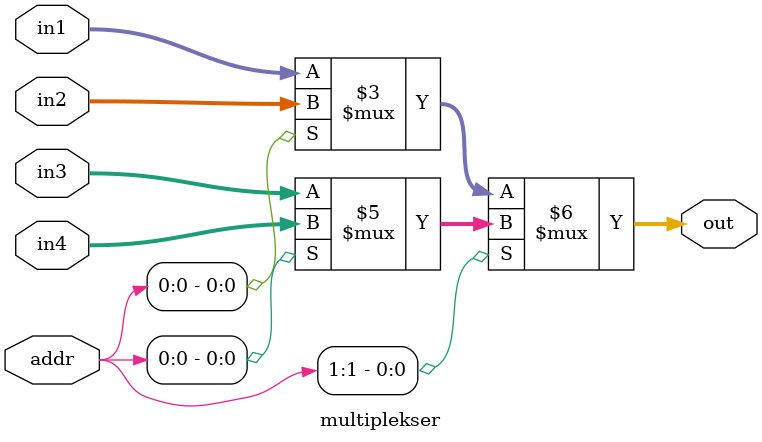
<source format=sv>
`timescale 1ns / 1ps


module multiplekser(
    input [1:0] addr,
    input [7:0] in1,
    input [7:0] in2,
    input [7:0] in3,
    input [7:0] in4,
    output [7:0] out
    );
    
    assign out = addr[1]==0 ? (addr[0]==0 ? in1 : in2) : (addr[0]==0 ? in3 : in4);
    
endmodule

</source>
